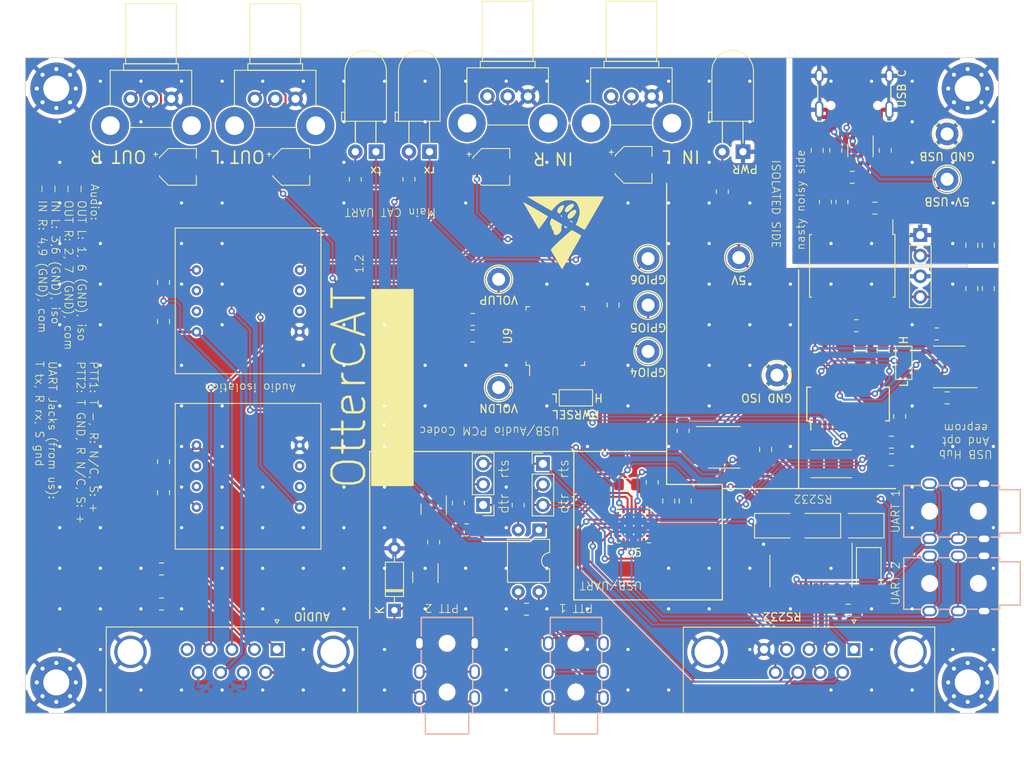
<source format=kicad_pcb>
(kicad_pcb (version 20211014) (generator pcbnew)

  (general
    (thickness 1.6)
  )

  (paper "A4")
  (layers
    (0 "F.Cu" signal)
    (31 "B.Cu" signal)
    (32 "B.Adhes" user "B.Adhesive")
    (33 "F.Adhes" user "F.Adhesive")
    (34 "B.Paste" user)
    (35 "F.Paste" user)
    (36 "B.SilkS" user "B.Silkscreen")
    (37 "F.SilkS" user "F.Silkscreen")
    (38 "B.Mask" user)
    (39 "F.Mask" user)
    (40 "Dwgs.User" user "User.Drawings")
    (41 "Cmts.User" user "User.Comments")
    (42 "Eco1.User" user "User.Eco1")
    (43 "Eco2.User" user "User.Eco2")
    (44 "Edge.Cuts" user)
    (45 "Margin" user)
    (46 "B.CrtYd" user "B.Courtyard")
    (47 "F.CrtYd" user "F.Courtyard")
    (48 "B.Fab" user)
    (49 "F.Fab" user)
    (50 "User.1" user)
    (51 "User.2" user)
    (52 "User.3" user)
    (53 "User.4" user)
    (54 "User.5" user)
    (55 "User.6" user)
    (56 "User.7" user)
    (57 "User.8" user)
    (58 "User.9" user)
  )

  (setup
    (stackup
      (layer "F.SilkS" (type "Top Silk Screen"))
      (layer "F.Paste" (type "Top Solder Paste"))
      (layer "F.Mask" (type "Top Solder Mask") (thickness 0.01))
      (layer "F.Cu" (type "copper") (thickness 0.035))
      (layer "dielectric 1" (type "core") (thickness 1.51) (material "FR4") (epsilon_r 4.5) (loss_tangent 0.02))
      (layer "B.Cu" (type "copper") (thickness 0.035))
      (layer "B.Mask" (type "Bottom Solder Mask") (thickness 0.01))
      (layer "B.Paste" (type "Bottom Solder Paste"))
      (layer "B.SilkS" (type "Bottom Silk Screen"))
      (copper_finish "None")
      (dielectric_constraints no)
    )
    (pad_to_mask_clearance 0)
    (pcbplotparams
      (layerselection 0x00010fc_ffffffff)
      (disableapertmacros false)
      (usegerberextensions true)
      (usegerberattributes false)
      (usegerberadvancedattributes false)
      (creategerberjobfile false)
      (svguseinch false)
      (svgprecision 6)
      (excludeedgelayer true)
      (plotframeref false)
      (viasonmask false)
      (mode 1)
      (useauxorigin false)
      (hpglpennumber 1)
      (hpglpenspeed 20)
      (hpglpendiameter 15.000000)
      (dxfpolygonmode true)
      (dxfimperialunits true)
      (dxfusepcbnewfont true)
      (psnegative false)
      (psa4output false)
      (plotreference true)
      (plotvalue false)
      (plotinvisibletext false)
      (sketchpadsonfab false)
      (subtractmaskfromsilk true)
      (outputformat 1)
      (mirror false)
      (drillshape 0)
      (scaleselection 1)
      (outputdirectory "gerbers")
    )
  )

  (net 0 "")
  (net 1 "VBUS")
  (net 2 "GND1")
  (net 3 "Net-(C6-Pad1)")
  (net 4 "GND")
  (net 5 "/UART/ptt1_1_+")
  (net 6 "/UART/ptt1_2_-")
  (net 7 "USB_UP_VUSB")
  (net 8 "/UART/USB_UP_VUSB")
  (net 9 "/Audio/VOUTL")
  (net 10 "/Audio/VOUTR")
  (net 11 "/Audio/RX_AUD1_GND")
  (net 12 "/Audio/RX_AUD1")
  (net 13 "/Audio/RX_AUD2")
  (net 14 "Net-(C26-Pad2)")
  (net 15 "/USB Hub/VDD1")
  (net 16 "Net-(C29-Pad1)")
  (net 17 "Net-(C32-Pad1)")
  (net 18 "/Audio/TX_AUD1_GND")
  (net 19 "/USB Hub/VDD2")
  (net 20 "Net-(D1-Pad2)")
  (net 21 "Net-(D2-Pad2)")
  (net 22 "Net-(D3-Pad2)")
  (net 23 "/UART/ptt2_1_+")
  (net 24 "/USB Hub/EESDA")
  (net 25 "/USB Hub/EESCL")
  (net 26 "unconnected-(J1-PadB8)")
  (net 27 "Net-(J1-PadA5)")
  (net 28 "/USB Hub/USB_UP_DM")
  (net 29 "/USB Hub/USB_UP_DP")
  (net 30 "unconnected-(J1-PadA8)")
  (net 31 "Net-(J1-PadB5)")
  (net 32 "/UART/u1_tx")
  (net 33 "/UART/u1_rx")
  (net 34 "/UART/rs232_dcd")
  (net 35 "/UART/rs232_rx")
  (net 36 "/UART/rs232_tx")
  (net 37 "/UART/rs232_dtr")
  (net 38 "/UART/rs232_dsr")
  (net 39 "/UART/rs232_rts")
  (net 40 "/UART/rs232_cts")
  (net 41 "/UART/rs232_ri")
  (net 42 "/UART/u2_tx")
  (net 43 "/UART/u2_rx")
  (net 44 "/Audio/TX_AUD1")
  (net 45 "/Audio/TX_AUD2")
  (net 46 "unconnected-(J6-Pad5)")
  (net 47 "/Audio/TX_AUD2_GND")
  (net 48 "/Audio/RX_AUD2_GND")
  (net 49 "/UART/u2_rts")
  (net 50 "Net-(JP2-Pad2)")
  (net 51 "/UART/u2_dtr")
  (net 52 "Net-(JP3-Pad2)")
  (net 53 "Net-(Q1-Pad1)")
  (net 54 "Net-(Q1-Pad3)")
  (net 55 "Net-(Q2-Pad1)")
  (net 56 "Net-(R2-Pad2)")
  (net 57 "Net-(R3-Pad1)")
  (net 58 "Net-(R5-Pad2)")
  (net 59 "Net-(R8-Pad1)")
  (net 60 "Net-(R10-Pad2)")
  (net 61 "Net-(R11-Pad2)")
  (net 62 "/USB Hub/USB_UP_DP_TVS")
  (net 63 "Net-(R17-Pad2)")
  (net 64 "/USB Hub/USB_UP_DM_TVS")
  (net 65 "Net-(R18-Pad2)")
  (net 66 "Net-(R19-Pad1)")
  (net 67 "Net-(RV1-Pad2)")
  (net 68 "Net-(RV3-Pad3)")
  (net 69 "/Audio/VINL")
  (net 70 "/Audio/VINR")
  (net 71 "Net-(U3-Pad2)")
  (net 72 "Net-(U3-Pad3)")
  (net 73 "unconnected-(U3-Pad4)")
  (net 74 "unconnected-(U3-Pad5)")
  (net 75 "unconnected-(U3-Pad6)")
  (net 76 "unconnected-(U3-Pad7)")
  (net 77 "unconnected-(U3-Pad22)")
  (net 78 "unconnected-(U3-Pad24)")
  (net 79 "Net-(U3-Pad25)")
  (net 80 "/Audio/USB_UP_VUSB")
  (net 81 "unconnected-(U7-Pad7)")
  (net 82 "unconnected-(U7-Pad9)")
  (net 83 "Net-(CP3-Pad1)")
  (net 84 "Net-(CP3-Pad2)")
  (net 85 "Net-(CP10-Pad1)")
  (net 86 "Net-(CP10-Pad2)")
  (net 87 "Net-(CP11-Pad1)")
  (net 88 "Net-(CP12-Pad2)")
  (net 89 "Net-(CP20-Pad2)")
  (net 90 "Net-(CP22-Pad2)")
  (net 91 "Net-(CP23-Pad2)")
  (net 92 "Net-(CP28-Pad2)")
  (net 93 "Net-(C3-Pad2)")
  (net 94 "/Audio/DREG33")
  (net 95 "Net-(JP4-Pad2)")
  (net 96 "Net-(TP6-Pad1)")
  (net 97 "Net-(TP7-Pad1)")
  (net 98 "Net-(TP8-Pad1)")
  (net 99 "Net-(TP9-Pad1)")
  (net 100 "Net-(TP10-Pad1)")
  (net 101 "unconnected-(U9-Pad1)")
  (net 102 "unconnected-(U9-Pad2)")
  (net 103 "unconnected-(U9-Pad4)")
  (net 104 "unconnected-(U9-Pad5)")
  (net 105 "unconnected-(U9-Pad6)")
  (net 106 "unconnected-(U9-Pad7)")
  (net 107 "unconnected-(U9-Pad8)")
  (net 108 "unconnected-(U9-Pad9)")
  (net 109 "unconnected-(U9-Pad11)")
  (net 110 "unconnected-(U9-Pad14)")
  (net 111 "unconnected-(U9-Pad19)")
  (net 112 "unconnected-(U9-Pad20)")
  (net 113 "unconnected-(U9-Pad23)")
  (net 114 "unconnected-(U9-Pad26)")
  (net 115 "unconnected-(U9-Pad30)")
  (net 116 "unconnected-(U9-Pad36)")
  (net 117 "unconnected-(U9-Pad37)")
  (net 118 "unconnected-(U9-Pad41)")
  (net 119 "unconnected-(U9-Pad42)")
  (net 120 "unconnected-(U9-Pad45)")
  (net 121 "unconnected-(U9-Pad46)")
  (net 122 "unconnected-(U9-Pad47)")
  (net 123 "unconnected-(U9-Pad48)")
  (net 124 "/USB Hub/USB_UP_ISO_D+")
  (net 125 "/USB Hub/USB_UP_ISO_D-")
  (net 126 "Net-(C7-Pad1)")
  (net 127 "unconnected-(JP1-Pad1)")
  (net 128 "/Audio/USB_D2_D+")
  (net 129 "/Audio/USB_D2_D-")
  (net 130 "/UART/USB_D1_D+")
  (net 131 "/UART/USB_D1_D-")
  (net 132 "Net-(JP1-Pad2)")
  (net 133 "unconnected-(U5-Pad1)")
  (net 134 "unconnected-(U3-Pad17)")
  (net 135 "unconnected-(U5-Pad18)")
  (net 136 "unconnected-(U5-Pad22)")
  (net 137 "unconnected-(U5-Pad24)")
  (net 138 "unconnected-(J5-PadR)")
  (net 139 "unconnected-(J7-PadR)")

  (footprint "Potentiometer_THT:Potentiometer_Alps_RK09K_Single_Horizontal" (layer "F.Cu") (at 152.081 80.01 90))

  (footprint "LED_THT:LED_D5.0mm_Horizontal_O3.81mm_Z9.0mm" (layer "F.Cu") (at 183.901 86.522 180))

  (footprint "Capacitor_SMD:C_0805_2012Metric_Pad1.18x1.45mm_HandSolder" (layer "F.Cu") (at 238.76 93.472))

  (footprint "Capacitor_Tantalum_SMD:CP_EIA-3528-12_Kemet-T_Pad1.50x2.35mm_HandSolder" (layer "F.Cu") (at 237.998 137.922 -90))

  (footprint "TestPoint:TestPoint_Keystone_5010-5014_Multipurpose" (layer "F.Cu") (at 192.405 102.235))

  (footprint "MountingHole:MountingHole_3.2mm_M3_Pad_Via" (layer "F.Cu") (at 137.922 78.74))

  (footprint "PJ-3136-B:PJ-3136-B" (layer "F.Cu") (at 186.055 155.575 90))

  (footprint "Capacitor_SMD:C_0805_2012Metric_Pad1.18x1.45mm_HandSolder" (layer "F.Cu") (at 240.792 122.301))

  (footprint "Resistor_SMD:R_0805_2012Metric_Pad1.20x1.40mm_HandSolder" (layer "F.Cu") (at 236.474 107.95))

  (footprint "Capacitor_SMD:CP_Elec_4x5.3" (layer "F.Cu") (at 166.878 88.392))

  (footprint "Capacitor_Tantalum_SMD:CP_EIA-3528-12_Kemet-T_Pad1.50x2.35mm_HandSolder" (layer "F.Cu") (at 231.902 132.588 180))

  (footprint "Crystal:Crystal_SMD_TXC_7A-2Pin_5x3.2mm" (layer "F.Cu") (at 233.388 124.968 180))

  (footprint "Package_SO:SOIC-16_3.9x9.9mm_P1.27mm" (layer "F.Cu") (at 230.886 138.176 -90))

  (footprint "TestPoint:TestPoint_Keystone_5010-5014_Multipurpose" (layer "F.Cu") (at 226.695 114.046))

  (footprint "Resistor_SMD:R_0805_2012Metric_Pad1.20x1.40mm_HandSolder" (layer "F.Cu") (at 234.696 92.71 -90))

  (footprint "Resistor_SMD:R_0805_2012Metric_Pad1.20x1.40mm_HandSolder" (layer "F.Cu") (at 233.934 86.36 -90))

  (footprint "Resistor_SMD:R_0805_2012Metric_Pad1.20x1.40mm_HandSolder" (layer "F.Cu") (at 187.452 129.794 -90))

  (footprint "Capacitor_SMD:C_0805_2012Metric_Pad1.18x1.45mm_HandSolder" (layer "F.Cu") (at 151.13 128.524 90))

  (footprint "Resistor_SMD:R_0805_2012Metric_Pad1.20x1.40mm_HandSolder" (layer "F.Cu") (at 184.404 134.62 -90))

  (footprint "Resistor_SMD:R_0805_2012Metric_Pad1.20x1.40mm_HandSolder" (layer "F.Cu") (at 246.38 108.966 180))

  (footprint "Capacitor_SMD:C_0805_2012Metric_Pad1.18x1.45mm_HandSolder" (layer "F.Cu") (at 151.13 107.442 90))

  (footprint "Capacitor_SMD:C_0805_2012Metric_Pad1.18x1.45mm_HandSolder" (layer "F.Cu") (at 225.298 123.19 -90))

  (footprint "TestPoint:TestPoint_Keystone_5010-5014_Multipurpose" (layer "F.Cu") (at 247.65 84.328))

  (footprint "Capacitor_SMD:C_0805_2012Metric_Pad1.18x1.45mm_HandSolder" (layer "F.Cu") (at 250.698 98.044 90))

  (footprint "Resistor_SMD:R_0805_2012Metric_Pad1.20x1.40mm_HandSolder" (layer "F.Cu") (at 215.138 120.904 90))

  (footprint "Capacitor_Tantalum_SMD:CP_EIA-3528-12_Kemet-T_Pad1.50x2.35mm_HandSolder" (layer "F.Cu") (at 237.236 132.588 180))

  (footprint "Package_SO:SOIC-8_3.9x4.9mm_P1.27mm" (layer "F.Cu") (at 247.904 113.03 180))

  (footprint "Capacitor_SMD:C_0805_2012Metric_Pad1.18x1.45mm_HandSolder" (layer "F.Cu") (at 215.392 129.54 90))

  (footprint "LED_THT:LED_D5.0mm_Horizontal_O3.81mm_Z9.0mm" (layer "F.Cu") (at 222.509 86.522 180))

  (footprint "Capacitor_SMD:C_0805_2012Metric_Pad1.18x1.45mm_HandSolder" (layer "F.Cu") (at 150.876 137.922))

  (footprint "Diode_THT:D_DO-35_SOD27_P7.62mm_Horizontal" (layer "F.Cu") (at 179.578 143.002 90))

  (footprint "Capacitor_SMD:C_0805_2012Metric_Pad1.18x1.45mm_HandSolder" (layer "F.Cu") (at 213.36 129.54 90))

  (footprint "TestPoint:TestPoint_Keystone_5010-5014_Multipurpose" (layer "F.Cu") (at 210.82 111.125))

  (footprint "PJ-3136-B:PJ-3136-B" (layer "F.Cu") (at 201.93 155.575 90))

  (footprint "Capacitor_SMD:C_0805_2012Metric_Pad1.18x1.45mm_HandSolder" (layer "F.Cu") (at 206.502 105.41 -90))

  (footprint "Connector_PinHeader_2.54mm:PinHeader_1x03_P2.54mm_Vertical" (layer "F.Cu") (at 190.5 130.033 180))

  (footprint "Resistor_SMD:R_0805_2012Metric_Pad1.20x1.40mm_HandSolder" (layer "F.Cu") (at 189.23 107.188))

  (footprint "Jumper:SolderJumper-3_P1.3mm_Bridged12_Pad1.0x1.5mm_NumberLabels" (layer "F.Cu") (at 201.93 116.84 180))

  (footprint "Capacitor_SMD:C_0805_2012Metric_Pad1.18x1.45mm_HandSolder" (layer "F.Cu") (at 150.876 142.24))

  (footprint "Capacitor_SMD:C_0805_2012Metric_Pad1.18x1.45mm_HandSolder" (layer "F.Cu") (at 231.648 86.36 -90))

  (footprint "Package_SO:SOIC-16W_7.5x10.3mm_P1.27mm" (layer "F.Cu") (at 235.966 100.584 -90))

  (footprint "Capacitor_SMD:C_0805_2012Metric_Pad1.18x1.45mm_HandSolder" (layer "F.Cu") (at 151.13 124.714 -90))

  (footprint "Capacitor_SMD:C_0805_2012Metric_Pad1.18x1.45mm_HandSolder" (layer "F.Cu") (at 151.13 102.616 90))

  (footprint "Capacitor_SMD:CP_Elec_4x5.3" (layer "F.Cu") (at 209.042 88.138))

  (footprint "Capacitor_SMD:C_0805_2012Metric_Pad1.18x1.45mm_HandSolder" (layer "F.Cu") (at 236.982 110.998 -90))

  (footprint "Connector_PinHeader_2.54mm:PinHeader_1x04_P2.54mm_Vertical" (layer "F.Cu") (at 244.348 96.784))

  (footprint "MountingHole:MountingHole_3.2mm_M3_Pad_Via" (layer "F.Cu") (at 250.19 78.74))

  (footprint "Connector_PinHeader_2.54mm:PinHeader_1x03_P2.54mm_Vertical" (layer "F.Cu") (at 197.866 124.968))

  (footprint "Capacitor_SMD:C_0805_2012Metric_Pad1.18x1.45mm_HandSolder" (layer "F.Cu") (at 247.65 116.84))

  (footprint "Resistor_SMD:R_0805_2012Metric_Pad1.20x1.40mm_HandSolder" (layer "F.Cu")
    (tedit 5F68FEEE) (tstamp 85fe7077-fe4f-49b9-9438-cf961c5bdfa5)
    (at 189.23 109.22)
    (descr "Resistor SMD 0805 (2012 Metric), square (rectangular) end terminal, IPC_7351 nominal with elongated pad for handsoldering. (Body size source: IPC-SM-782 page 72, https://www.pcb-3d.com/wordpress/wp-content/uploads/ipc-sm-782a_amendment_1_and_2.pdf), gen
... [1808260 chars truncated]
</source>
